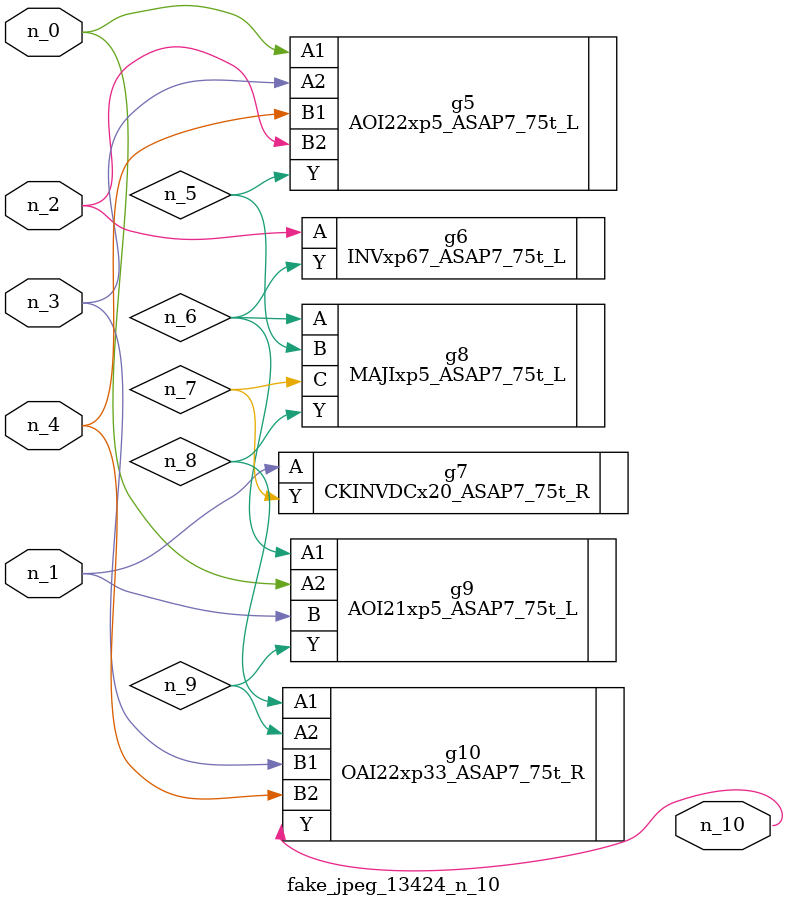
<source format=v>
module fake_jpeg_13424_n_10 (n_3, n_2, n_1, n_0, n_4, n_10);

input n_3;
input n_2;
input n_1;
input n_0;
input n_4;

output n_10;

wire n_8;
wire n_9;
wire n_6;
wire n_5;
wire n_7;

AOI22xp5_ASAP7_75t_L g5 ( 
.A1(n_0),
.A2(n_3),
.B1(n_4),
.B2(n_2),
.Y(n_5)
);

INVxp67_ASAP7_75t_L g6 ( 
.A(n_2),
.Y(n_6)
);

CKINVDCx20_ASAP7_75t_R g7 ( 
.A(n_1),
.Y(n_7)
);

MAJIxp5_ASAP7_75t_L g8 ( 
.A(n_6),
.B(n_5),
.C(n_7),
.Y(n_8)
);

OAI22xp33_ASAP7_75t_R g10 ( 
.A1(n_8),
.A2(n_9),
.B1(n_3),
.B2(n_4),
.Y(n_10)
);

AOI21xp5_ASAP7_75t_L g9 ( 
.A1(n_6),
.A2(n_0),
.B(n_1),
.Y(n_9)
);


endmodule
</source>
